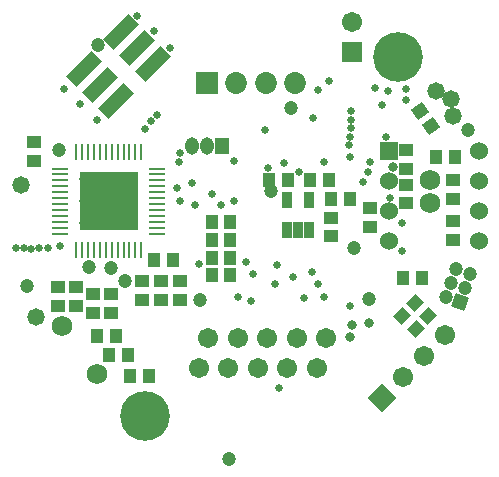
<source format=gbs>
G04*
G04 #@! TF.GenerationSoftware,Altium Limited,Altium Designer,20.0.7 (75)*
G04*
G04 Layer_Color=16711935*
%FSLAX44Y44*%
%MOMM*%
G71*
G01*
G75*
%ADD26R,1.1684X1.0668*%
%ADD27R,1.0668X1.1684*%
%ADD33R,1.2032X1.4732*%
%ADD34O,1.2032X1.4732*%
%ADD35C,1.7032*%
%ADD36R,1.7032X1.7032*%
%ADD37C,1.7272*%
%ADD38R,1.8532X1.8532*%
%ADD39C,1.8532*%
%ADD40P,1.7016X4X385.0*%
%ADD41C,1.2032*%
%ADD42R,1.5240X1.5240*%
%ADD43C,1.5240*%
%ADD44C,4.2032*%
%ADD45P,2.4087X4X90.0*%
%ADD46C,1.4732*%
%ADD47C,0.6532*%
%ADD48C,0.8032*%
%ADD88R,1.4732X0.2286*%
%ADD89R,0.2286X1.4732*%
%ADD90R,5.0038X5.0038*%
G04:AMPARAMS|DCode=93|XSize=3.0032mm|YSize=1.2032mm|CornerRadius=0mm|HoleSize=0mm|Usage=FLASHONLY|Rotation=45.000|XOffset=0mm|YOffset=0mm|HoleType=Round|Shape=Rectangle|*
%AMROTATEDRECTD93*
4,1,4,-0.6364,-1.4872,-1.4872,-0.6364,0.6364,1.4872,1.4872,0.6364,-0.6364,-1.4872,0.0*
%
%ADD93ROTATEDRECTD93*%

G04:AMPARAMS|DCode=94|XSize=1.0668mm|YSize=1.1684mm|CornerRadius=0mm|HoleSize=0mm|Usage=FLASHONLY|Rotation=135.000|XOffset=0mm|YOffset=0mm|HoleType=Round|Shape=Rectangle|*
%AMROTATEDRECTD94*
4,1,4,0.7903,0.0359,-0.0359,-0.7903,-0.7903,-0.0359,0.0359,0.7903,0.7903,0.0359,0.0*
%
%ADD94ROTATEDRECTD94*%

G04:AMPARAMS|DCode=95|XSize=1.0668mm|YSize=1.1684mm|CornerRadius=0mm|HoleSize=0mm|Usage=FLASHONLY|Rotation=125.000|XOffset=0mm|YOffset=0mm|HoleType=Round|Shape=Rectangle|*
%AMROTATEDRECTD95*
4,1,4,0.7845,-0.1018,-0.1726,-0.7720,-0.7845,0.1018,0.1726,0.7720,0.7845,-0.1018,0.0*
%
%ADD95ROTATEDRECTD95*%

%ADD96R,0.8532X1.4532*%
D26*
X99000Y14001D02*
D03*
Y-2001D02*
D03*
X130000Y46999D02*
D03*
Y63001D02*
D03*
Y17999D02*
D03*
Y34001D02*
D03*
X-185000Y70001D02*
D03*
Y53999D02*
D03*
X-135000Y-58999D02*
D03*
Y-75001D02*
D03*
X66000Y-10001D02*
D03*
Y6001D02*
D03*
X169000Y3001D02*
D03*
Y-13001D02*
D03*
X169000Y21999D02*
D03*
Y38001D02*
D03*
X-78000Y-47999D02*
D03*
Y-64001D02*
D03*
X-165100Y-52699D02*
D03*
Y-68701D02*
D03*
X-149600Y-52699D02*
D03*
Y-68701D02*
D03*
X-120000Y-58999D02*
D03*
Y-75001D02*
D03*
X-94000Y-64001D02*
D03*
Y-47999D02*
D03*
X-62000Y-47999D02*
D03*
Y-64001D02*
D03*
D27*
X126999Y-45000D02*
D03*
X143001Y-45000D02*
D03*
X-35000Y2000D02*
D03*
X-18998D02*
D03*
X-115999Y-94000D02*
D03*
X-132001D02*
D03*
X-106099Y-110700D02*
D03*
X-122101D02*
D03*
X-87999Y-128000D02*
D03*
X-104001D02*
D03*
X-35000Y-13000D02*
D03*
X-18998D02*
D03*
X-18999Y-43000D02*
D03*
X-35001D02*
D03*
X-67999Y-30000D02*
D03*
X-84001D02*
D03*
X-18998Y-28000D02*
D03*
X-35000D02*
D03*
X171001Y57000D02*
D03*
X154999D02*
D03*
X64000Y38000D02*
D03*
X47998D02*
D03*
X65999Y22000D02*
D03*
X82001D02*
D03*
X30001Y38000D02*
D03*
X13999D02*
D03*
D33*
X-26600Y66300D02*
D03*
D34*
X-39300D02*
D03*
X-52000D02*
D03*
D35*
X84000Y172000D02*
D03*
X54000Y-121000D02*
D03*
X29000D02*
D03*
X4000D02*
D03*
X-21000D02*
D03*
X-46000D02*
D03*
X162882Y-93118D02*
D03*
X144921Y-111079D02*
D03*
X126960Y-129039D02*
D03*
X62000Y-96000D02*
D03*
X37000D02*
D03*
X12000D02*
D03*
X-13000D02*
D03*
X-38000D02*
D03*
D36*
X84000Y146600D02*
D03*
D37*
X150000Y38000D02*
D03*
Y18000D02*
D03*
X-161489Y-85849D02*
D03*
X-132100Y-126300D02*
D03*
D38*
X-39000Y120000D02*
D03*
D39*
X-14000D02*
D03*
X11000D02*
D03*
X36000D02*
D03*
D40*
X175313Y-65868D02*
D03*
D41*
X163379Y-61525D02*
D03*
X179656Y-53934D02*
D03*
X184000Y-42000D02*
D03*
X172066Y-37656D02*
D03*
X167722Y-49591D02*
D03*
X-191600Y-51700D02*
D03*
X-121700Y38500D02*
D03*
X-122200Y1200D02*
D03*
X-122100Y19800D02*
D03*
X-131000Y152000D02*
D03*
X182000Y80000D02*
D03*
X-103000Y39000D02*
D03*
X-141000D02*
D03*
Y20000D02*
D03*
X-103000D02*
D03*
Y1000D02*
D03*
X-141000D02*
D03*
X-119850Y-37000D02*
D03*
X-108000Y-48000D02*
D03*
X98148Y-63099D02*
D03*
X-139000Y-36000D02*
D03*
X-45000Y-64000D02*
D03*
X-20000Y-198000D02*
D03*
X32000Y99000D02*
D03*
X86000Y-20000D02*
D03*
X-164000Y63000D02*
D03*
X15500Y28164D02*
D03*
D42*
X114800Y62200D02*
D03*
D43*
Y36800D02*
D03*
Y11400D02*
D03*
Y-14000D02*
D03*
X191000D02*
D03*
Y11400D02*
D03*
Y36800D02*
D03*
Y62200D02*
D03*
D44*
X-91700Y-162200D02*
D03*
X123000Y141700D02*
D03*
D45*
X109000Y-147000D02*
D03*
D46*
X155000Y113000D02*
D03*
X168018Y106612D02*
D03*
X169569Y92193D02*
D03*
X-184000Y-78000D02*
D03*
X-196000Y34000D02*
D03*
D47*
X-163300Y-18100D02*
D03*
X-180900Y-20000D02*
D03*
X-173200Y-19578D02*
D03*
X-200800Y-19900D02*
D03*
X-194000Y-20100D02*
D03*
X-187500Y-20300D02*
D03*
X109400Y101400D02*
D03*
X129500Y105600D02*
D03*
X103000Y115300D02*
D03*
X114600Y113400D02*
D03*
X97700Y44300D02*
D03*
X93100Y35900D02*
D03*
X99000Y53000D02*
D03*
X-81000Y93000D02*
D03*
X-64000Y31000D02*
D03*
X-63000Y53000D02*
D03*
X-62000Y61000D02*
D03*
X81750Y67500D02*
D03*
X60000Y53000D02*
D03*
X82000Y74000D02*
D03*
X83000Y82000D02*
D03*
X83000Y89000D02*
D03*
X83000Y96000D02*
D03*
X82000Y57000D02*
D03*
X116000Y23000D02*
D03*
X126000Y1000D02*
D03*
X-91375Y81375D02*
D03*
X-86000Y88000D02*
D03*
X112725Y74000D02*
D03*
X130000Y115000D02*
D03*
X126000Y-22000D02*
D03*
X55000Y114000D02*
D03*
X-52000Y35000D02*
D03*
X10000Y80000D02*
D03*
X-46000Y-33000D02*
D03*
X22000Y-138000D02*
D03*
X43000Y-62000D02*
D03*
X82000Y-69000D02*
D03*
X55000Y-50000D02*
D03*
X50000Y-40000D02*
D03*
X26000Y52000D02*
D03*
X39000Y45000D02*
D03*
X-16000Y54000D02*
D03*
X13000Y48000D02*
D03*
X-35000Y26000D02*
D03*
X-13000Y-61000D02*
D03*
X-6000Y-32000D02*
D03*
X0Y-42000D02*
D03*
X-2000Y-65000D02*
D03*
X-16000Y20000D02*
D03*
X-27000Y17000D02*
D03*
X-49000D02*
D03*
X-62000Y20000D02*
D03*
X60000Y-61000D02*
D03*
X51000Y90000D02*
D03*
X19000Y-50336D02*
D03*
X34000Y-44000D02*
D03*
X20000Y-34000D02*
D03*
X-132130Y89000D02*
D03*
X-146000Y102000D02*
D03*
X-160000Y114870D02*
D03*
X-98000Y177000D02*
D03*
X-84000Y164000D02*
D03*
X-70000Y150000D02*
D03*
X64000Y122000D02*
D03*
D48*
X119000Y48500D02*
D03*
X98000Y-83000D02*
D03*
X84000Y-85000D02*
D03*
X82000Y-95000D02*
D03*
D88*
X-163148Y-7500D02*
D03*
Y-2500D02*
D03*
Y2500D02*
D03*
Y7500D02*
D03*
Y12500D02*
D03*
Y17500D02*
D03*
Y22500D02*
D03*
Y27500D02*
D03*
Y32500D02*
D03*
Y37500D02*
D03*
Y42500D02*
D03*
Y47500D02*
D03*
X-80852D02*
D03*
Y42500D02*
D03*
Y37500D02*
D03*
Y32500D02*
D03*
Y27500D02*
D03*
Y22500D02*
D03*
Y17500D02*
D03*
Y12500D02*
D03*
Y7500D02*
D03*
Y2500D02*
D03*
Y-2500D02*
D03*
Y-7500D02*
D03*
D89*
X-149500Y61148D02*
D03*
X-144500D02*
D03*
X-139500D02*
D03*
X-134500D02*
D03*
X-129500D02*
D03*
X-124500D02*
D03*
X-119500D02*
D03*
X-114500D02*
D03*
X-109500D02*
D03*
X-104500D02*
D03*
X-99500D02*
D03*
X-94500D02*
D03*
Y-21148D02*
D03*
X-99500D02*
D03*
X-104500D02*
D03*
X-109500D02*
D03*
X-114500D02*
D03*
X-119500D02*
D03*
X-124500D02*
D03*
X-129500D02*
D03*
X-134500D02*
D03*
X-139500D02*
D03*
X-144500D02*
D03*
X-149500D02*
D03*
D90*
X-122000Y20000D02*
D03*
D93*
X-111879Y162991D02*
D03*
X-142991Y131879D02*
D03*
X-98444Y149556D02*
D03*
X-129556Y118444D02*
D03*
X-85009Y136121D02*
D03*
X-116121Y105009D02*
D03*
D94*
X137658Y-88658D02*
D03*
X126343Y-77342D02*
D03*
X137343Y-66342D02*
D03*
X148657Y-77658D02*
D03*
D95*
X141411Y96554D02*
D03*
X150589Y83446D02*
D03*
D96*
X47400Y-4500D02*
D03*
X38000D02*
D03*
X28600D02*
D03*
Y20500D02*
D03*
X47400D02*
D03*
M02*

</source>
